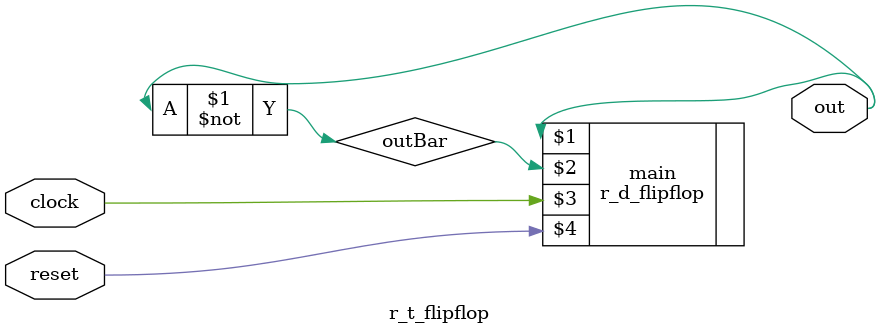
<source format=v>
module r_t_flipflop(out, clock, reset);
	output out;
	input reset, clock;
	wire outBar;
	not not1(outBar, out);
	r_d_flipflop main(out, outBar, clock, reset);
endmodule

</source>
